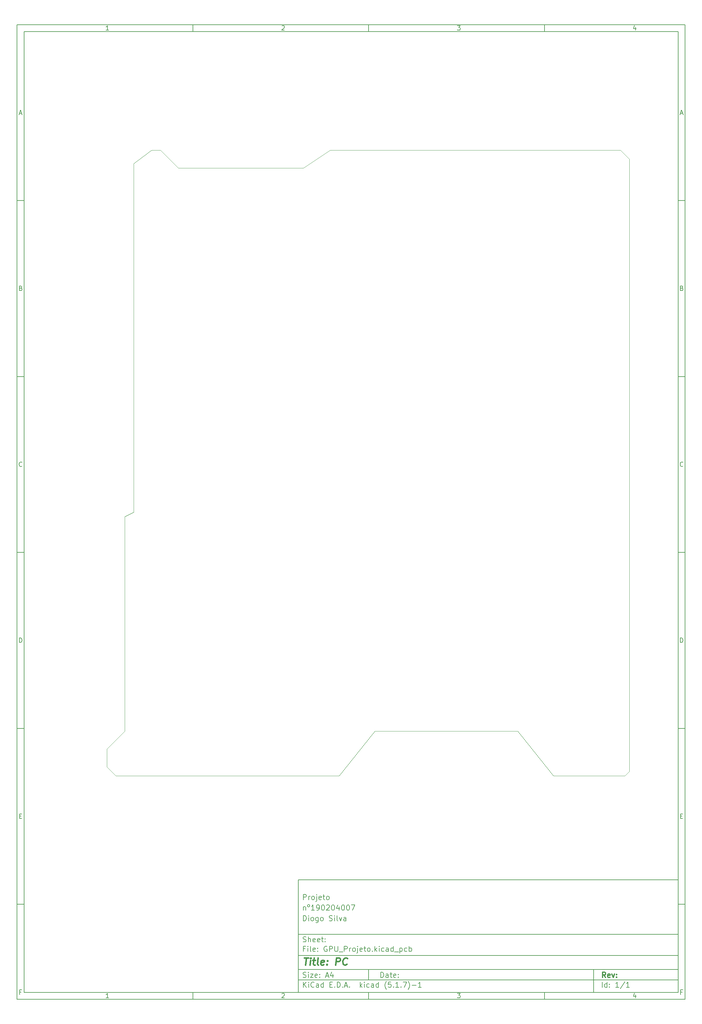
<source format=gbr>
%TF.GenerationSoftware,KiCad,Pcbnew,(5.1.7)-1*%
%TF.CreationDate,2021-02-02T03:53:03+00:00*%
%TF.ProjectId,GPU_Projeto,4750555f-5072-46f6-9a65-746f2e6b6963,rev?*%
%TF.SameCoordinates,Original*%
%TF.FileFunction,Profile,NP*%
%FSLAX46Y46*%
G04 Gerber Fmt 4.6, Leading zero omitted, Abs format (unit mm)*
G04 Created by KiCad (PCBNEW (5.1.7)-1) date 2021-02-02 03:53:03*
%MOMM*%
%LPD*%
G01*
G04 APERTURE LIST*
%ADD10C,0.100000*%
%ADD11C,0.150000*%
%ADD12C,0.300000*%
%ADD13C,0.400000*%
%TA.AperFunction,Profile*%
%ADD14C,0.100000*%
%TD*%
G04 APERTURE END LIST*
D10*
D11*
X90007200Y-253002200D02*
X90007200Y-285002200D01*
X198007200Y-285002200D01*
X198007200Y-253002200D01*
X90007200Y-253002200D01*
D10*
D11*
X10000000Y-10000000D02*
X10000000Y-287002200D01*
X200007200Y-287002200D01*
X200007200Y-10000000D01*
X10000000Y-10000000D01*
D10*
D11*
X12000000Y-12000000D02*
X12000000Y-285002200D01*
X198007200Y-285002200D01*
X198007200Y-12000000D01*
X12000000Y-12000000D01*
D10*
D11*
X60000000Y-12000000D02*
X60000000Y-10000000D01*
D10*
D11*
X110000000Y-12000000D02*
X110000000Y-10000000D01*
D10*
D11*
X160000000Y-12000000D02*
X160000000Y-10000000D01*
D10*
D11*
X36065476Y-11588095D02*
X35322619Y-11588095D01*
X35694047Y-11588095D02*
X35694047Y-10288095D01*
X35570238Y-10473809D01*
X35446428Y-10597619D01*
X35322619Y-10659523D01*
D10*
D11*
X85322619Y-10411904D02*
X85384523Y-10350000D01*
X85508333Y-10288095D01*
X85817857Y-10288095D01*
X85941666Y-10350000D01*
X86003571Y-10411904D01*
X86065476Y-10535714D01*
X86065476Y-10659523D01*
X86003571Y-10845238D01*
X85260714Y-11588095D01*
X86065476Y-11588095D01*
D10*
D11*
X135260714Y-10288095D02*
X136065476Y-10288095D01*
X135632142Y-10783333D01*
X135817857Y-10783333D01*
X135941666Y-10845238D01*
X136003571Y-10907142D01*
X136065476Y-11030952D01*
X136065476Y-11340476D01*
X136003571Y-11464285D01*
X135941666Y-11526190D01*
X135817857Y-11588095D01*
X135446428Y-11588095D01*
X135322619Y-11526190D01*
X135260714Y-11464285D01*
D10*
D11*
X185941666Y-10721428D02*
X185941666Y-11588095D01*
X185632142Y-10226190D02*
X185322619Y-11154761D01*
X186127380Y-11154761D01*
D10*
D11*
X60000000Y-285002200D02*
X60000000Y-287002200D01*
D10*
D11*
X110000000Y-285002200D02*
X110000000Y-287002200D01*
D10*
D11*
X160000000Y-285002200D02*
X160000000Y-287002200D01*
D10*
D11*
X36065476Y-286590295D02*
X35322619Y-286590295D01*
X35694047Y-286590295D02*
X35694047Y-285290295D01*
X35570238Y-285476009D01*
X35446428Y-285599819D01*
X35322619Y-285661723D01*
D10*
D11*
X85322619Y-285414104D02*
X85384523Y-285352200D01*
X85508333Y-285290295D01*
X85817857Y-285290295D01*
X85941666Y-285352200D01*
X86003571Y-285414104D01*
X86065476Y-285537914D01*
X86065476Y-285661723D01*
X86003571Y-285847438D01*
X85260714Y-286590295D01*
X86065476Y-286590295D01*
D10*
D11*
X135260714Y-285290295D02*
X136065476Y-285290295D01*
X135632142Y-285785533D01*
X135817857Y-285785533D01*
X135941666Y-285847438D01*
X136003571Y-285909342D01*
X136065476Y-286033152D01*
X136065476Y-286342676D01*
X136003571Y-286466485D01*
X135941666Y-286528390D01*
X135817857Y-286590295D01*
X135446428Y-286590295D01*
X135322619Y-286528390D01*
X135260714Y-286466485D01*
D10*
D11*
X185941666Y-285723628D02*
X185941666Y-286590295D01*
X185632142Y-285228390D02*
X185322619Y-286156961D01*
X186127380Y-286156961D01*
D10*
D11*
X10000000Y-60000000D02*
X12000000Y-60000000D01*
D10*
D11*
X10000000Y-110000000D02*
X12000000Y-110000000D01*
D10*
D11*
X10000000Y-160000000D02*
X12000000Y-160000000D01*
D10*
D11*
X10000000Y-210000000D02*
X12000000Y-210000000D01*
D10*
D11*
X10000000Y-260000000D02*
X12000000Y-260000000D01*
D10*
D11*
X10690476Y-35216666D02*
X11309523Y-35216666D01*
X10566666Y-35588095D02*
X11000000Y-34288095D01*
X11433333Y-35588095D01*
D10*
D11*
X11092857Y-84907142D02*
X11278571Y-84969047D01*
X11340476Y-85030952D01*
X11402380Y-85154761D01*
X11402380Y-85340476D01*
X11340476Y-85464285D01*
X11278571Y-85526190D01*
X11154761Y-85588095D01*
X10659523Y-85588095D01*
X10659523Y-84288095D01*
X11092857Y-84288095D01*
X11216666Y-84350000D01*
X11278571Y-84411904D01*
X11340476Y-84535714D01*
X11340476Y-84659523D01*
X11278571Y-84783333D01*
X11216666Y-84845238D01*
X11092857Y-84907142D01*
X10659523Y-84907142D01*
D10*
D11*
X11402380Y-135464285D02*
X11340476Y-135526190D01*
X11154761Y-135588095D01*
X11030952Y-135588095D01*
X10845238Y-135526190D01*
X10721428Y-135402380D01*
X10659523Y-135278571D01*
X10597619Y-135030952D01*
X10597619Y-134845238D01*
X10659523Y-134597619D01*
X10721428Y-134473809D01*
X10845238Y-134350000D01*
X11030952Y-134288095D01*
X11154761Y-134288095D01*
X11340476Y-134350000D01*
X11402380Y-134411904D01*
D10*
D11*
X10659523Y-185588095D02*
X10659523Y-184288095D01*
X10969047Y-184288095D01*
X11154761Y-184350000D01*
X11278571Y-184473809D01*
X11340476Y-184597619D01*
X11402380Y-184845238D01*
X11402380Y-185030952D01*
X11340476Y-185278571D01*
X11278571Y-185402380D01*
X11154761Y-185526190D01*
X10969047Y-185588095D01*
X10659523Y-185588095D01*
D10*
D11*
X10721428Y-234907142D02*
X11154761Y-234907142D01*
X11340476Y-235588095D02*
X10721428Y-235588095D01*
X10721428Y-234288095D01*
X11340476Y-234288095D01*
D10*
D11*
X11185714Y-284907142D02*
X10752380Y-284907142D01*
X10752380Y-285588095D02*
X10752380Y-284288095D01*
X11371428Y-284288095D01*
D10*
D11*
X200007200Y-60000000D02*
X198007200Y-60000000D01*
D10*
D11*
X200007200Y-110000000D02*
X198007200Y-110000000D01*
D10*
D11*
X200007200Y-160000000D02*
X198007200Y-160000000D01*
D10*
D11*
X200007200Y-210000000D02*
X198007200Y-210000000D01*
D10*
D11*
X200007200Y-260000000D02*
X198007200Y-260000000D01*
D10*
D11*
X198697676Y-35216666D02*
X199316723Y-35216666D01*
X198573866Y-35588095D02*
X199007200Y-34288095D01*
X199440533Y-35588095D01*
D10*
D11*
X199100057Y-84907142D02*
X199285771Y-84969047D01*
X199347676Y-85030952D01*
X199409580Y-85154761D01*
X199409580Y-85340476D01*
X199347676Y-85464285D01*
X199285771Y-85526190D01*
X199161961Y-85588095D01*
X198666723Y-85588095D01*
X198666723Y-84288095D01*
X199100057Y-84288095D01*
X199223866Y-84350000D01*
X199285771Y-84411904D01*
X199347676Y-84535714D01*
X199347676Y-84659523D01*
X199285771Y-84783333D01*
X199223866Y-84845238D01*
X199100057Y-84907142D01*
X198666723Y-84907142D01*
D10*
D11*
X199409580Y-135464285D02*
X199347676Y-135526190D01*
X199161961Y-135588095D01*
X199038152Y-135588095D01*
X198852438Y-135526190D01*
X198728628Y-135402380D01*
X198666723Y-135278571D01*
X198604819Y-135030952D01*
X198604819Y-134845238D01*
X198666723Y-134597619D01*
X198728628Y-134473809D01*
X198852438Y-134350000D01*
X199038152Y-134288095D01*
X199161961Y-134288095D01*
X199347676Y-134350000D01*
X199409580Y-134411904D01*
D10*
D11*
X198666723Y-185588095D02*
X198666723Y-184288095D01*
X198976247Y-184288095D01*
X199161961Y-184350000D01*
X199285771Y-184473809D01*
X199347676Y-184597619D01*
X199409580Y-184845238D01*
X199409580Y-185030952D01*
X199347676Y-185278571D01*
X199285771Y-185402380D01*
X199161961Y-185526190D01*
X198976247Y-185588095D01*
X198666723Y-185588095D01*
D10*
D11*
X198728628Y-234907142D02*
X199161961Y-234907142D01*
X199347676Y-235588095D02*
X198728628Y-235588095D01*
X198728628Y-234288095D01*
X199347676Y-234288095D01*
D10*
D11*
X199192914Y-284907142D02*
X198759580Y-284907142D01*
X198759580Y-285588095D02*
X198759580Y-284288095D01*
X199378628Y-284288095D01*
D10*
D11*
X113439342Y-280780771D02*
X113439342Y-279280771D01*
X113796485Y-279280771D01*
X114010771Y-279352200D01*
X114153628Y-279495057D01*
X114225057Y-279637914D01*
X114296485Y-279923628D01*
X114296485Y-280137914D01*
X114225057Y-280423628D01*
X114153628Y-280566485D01*
X114010771Y-280709342D01*
X113796485Y-280780771D01*
X113439342Y-280780771D01*
X115582200Y-280780771D02*
X115582200Y-279995057D01*
X115510771Y-279852200D01*
X115367914Y-279780771D01*
X115082200Y-279780771D01*
X114939342Y-279852200D01*
X115582200Y-280709342D02*
X115439342Y-280780771D01*
X115082200Y-280780771D01*
X114939342Y-280709342D01*
X114867914Y-280566485D01*
X114867914Y-280423628D01*
X114939342Y-280280771D01*
X115082200Y-280209342D01*
X115439342Y-280209342D01*
X115582200Y-280137914D01*
X116082200Y-279780771D02*
X116653628Y-279780771D01*
X116296485Y-279280771D02*
X116296485Y-280566485D01*
X116367914Y-280709342D01*
X116510771Y-280780771D01*
X116653628Y-280780771D01*
X117725057Y-280709342D02*
X117582200Y-280780771D01*
X117296485Y-280780771D01*
X117153628Y-280709342D01*
X117082200Y-280566485D01*
X117082200Y-279995057D01*
X117153628Y-279852200D01*
X117296485Y-279780771D01*
X117582200Y-279780771D01*
X117725057Y-279852200D01*
X117796485Y-279995057D01*
X117796485Y-280137914D01*
X117082200Y-280280771D01*
X118439342Y-280637914D02*
X118510771Y-280709342D01*
X118439342Y-280780771D01*
X118367914Y-280709342D01*
X118439342Y-280637914D01*
X118439342Y-280780771D01*
X118439342Y-279852200D02*
X118510771Y-279923628D01*
X118439342Y-279995057D01*
X118367914Y-279923628D01*
X118439342Y-279852200D01*
X118439342Y-279995057D01*
D10*
D11*
X90007200Y-281502200D02*
X198007200Y-281502200D01*
D10*
D11*
X91439342Y-283580771D02*
X91439342Y-282080771D01*
X92296485Y-283580771D02*
X91653628Y-282723628D01*
X92296485Y-282080771D02*
X91439342Y-282937914D01*
X92939342Y-283580771D02*
X92939342Y-282580771D01*
X92939342Y-282080771D02*
X92867914Y-282152200D01*
X92939342Y-282223628D01*
X93010771Y-282152200D01*
X92939342Y-282080771D01*
X92939342Y-282223628D01*
X94510771Y-283437914D02*
X94439342Y-283509342D01*
X94225057Y-283580771D01*
X94082200Y-283580771D01*
X93867914Y-283509342D01*
X93725057Y-283366485D01*
X93653628Y-283223628D01*
X93582200Y-282937914D01*
X93582200Y-282723628D01*
X93653628Y-282437914D01*
X93725057Y-282295057D01*
X93867914Y-282152200D01*
X94082200Y-282080771D01*
X94225057Y-282080771D01*
X94439342Y-282152200D01*
X94510771Y-282223628D01*
X95796485Y-283580771D02*
X95796485Y-282795057D01*
X95725057Y-282652200D01*
X95582200Y-282580771D01*
X95296485Y-282580771D01*
X95153628Y-282652200D01*
X95796485Y-283509342D02*
X95653628Y-283580771D01*
X95296485Y-283580771D01*
X95153628Y-283509342D01*
X95082200Y-283366485D01*
X95082200Y-283223628D01*
X95153628Y-283080771D01*
X95296485Y-283009342D01*
X95653628Y-283009342D01*
X95796485Y-282937914D01*
X97153628Y-283580771D02*
X97153628Y-282080771D01*
X97153628Y-283509342D02*
X97010771Y-283580771D01*
X96725057Y-283580771D01*
X96582200Y-283509342D01*
X96510771Y-283437914D01*
X96439342Y-283295057D01*
X96439342Y-282866485D01*
X96510771Y-282723628D01*
X96582200Y-282652200D01*
X96725057Y-282580771D01*
X97010771Y-282580771D01*
X97153628Y-282652200D01*
X99010771Y-282795057D02*
X99510771Y-282795057D01*
X99725057Y-283580771D02*
X99010771Y-283580771D01*
X99010771Y-282080771D01*
X99725057Y-282080771D01*
X100367914Y-283437914D02*
X100439342Y-283509342D01*
X100367914Y-283580771D01*
X100296485Y-283509342D01*
X100367914Y-283437914D01*
X100367914Y-283580771D01*
X101082200Y-283580771D02*
X101082200Y-282080771D01*
X101439342Y-282080771D01*
X101653628Y-282152200D01*
X101796485Y-282295057D01*
X101867914Y-282437914D01*
X101939342Y-282723628D01*
X101939342Y-282937914D01*
X101867914Y-283223628D01*
X101796485Y-283366485D01*
X101653628Y-283509342D01*
X101439342Y-283580771D01*
X101082200Y-283580771D01*
X102582200Y-283437914D02*
X102653628Y-283509342D01*
X102582200Y-283580771D01*
X102510771Y-283509342D01*
X102582200Y-283437914D01*
X102582200Y-283580771D01*
X103225057Y-283152200D02*
X103939342Y-283152200D01*
X103082200Y-283580771D02*
X103582200Y-282080771D01*
X104082200Y-283580771D01*
X104582200Y-283437914D02*
X104653628Y-283509342D01*
X104582200Y-283580771D01*
X104510771Y-283509342D01*
X104582200Y-283437914D01*
X104582200Y-283580771D01*
X107582200Y-283580771D02*
X107582200Y-282080771D01*
X107725057Y-283009342D02*
X108153628Y-283580771D01*
X108153628Y-282580771D02*
X107582200Y-283152200D01*
X108796485Y-283580771D02*
X108796485Y-282580771D01*
X108796485Y-282080771D02*
X108725057Y-282152200D01*
X108796485Y-282223628D01*
X108867914Y-282152200D01*
X108796485Y-282080771D01*
X108796485Y-282223628D01*
X110153628Y-283509342D02*
X110010771Y-283580771D01*
X109725057Y-283580771D01*
X109582200Y-283509342D01*
X109510771Y-283437914D01*
X109439342Y-283295057D01*
X109439342Y-282866485D01*
X109510771Y-282723628D01*
X109582200Y-282652200D01*
X109725057Y-282580771D01*
X110010771Y-282580771D01*
X110153628Y-282652200D01*
X111439342Y-283580771D02*
X111439342Y-282795057D01*
X111367914Y-282652200D01*
X111225057Y-282580771D01*
X110939342Y-282580771D01*
X110796485Y-282652200D01*
X111439342Y-283509342D02*
X111296485Y-283580771D01*
X110939342Y-283580771D01*
X110796485Y-283509342D01*
X110725057Y-283366485D01*
X110725057Y-283223628D01*
X110796485Y-283080771D01*
X110939342Y-283009342D01*
X111296485Y-283009342D01*
X111439342Y-282937914D01*
X112796485Y-283580771D02*
X112796485Y-282080771D01*
X112796485Y-283509342D02*
X112653628Y-283580771D01*
X112367914Y-283580771D01*
X112225057Y-283509342D01*
X112153628Y-283437914D01*
X112082200Y-283295057D01*
X112082200Y-282866485D01*
X112153628Y-282723628D01*
X112225057Y-282652200D01*
X112367914Y-282580771D01*
X112653628Y-282580771D01*
X112796485Y-282652200D01*
X115082200Y-284152200D02*
X115010771Y-284080771D01*
X114867914Y-283866485D01*
X114796485Y-283723628D01*
X114725057Y-283509342D01*
X114653628Y-283152200D01*
X114653628Y-282866485D01*
X114725057Y-282509342D01*
X114796485Y-282295057D01*
X114867914Y-282152200D01*
X115010771Y-281937914D01*
X115082200Y-281866485D01*
X116367914Y-282080771D02*
X115653628Y-282080771D01*
X115582200Y-282795057D01*
X115653628Y-282723628D01*
X115796485Y-282652200D01*
X116153628Y-282652200D01*
X116296485Y-282723628D01*
X116367914Y-282795057D01*
X116439342Y-282937914D01*
X116439342Y-283295057D01*
X116367914Y-283437914D01*
X116296485Y-283509342D01*
X116153628Y-283580771D01*
X115796485Y-283580771D01*
X115653628Y-283509342D01*
X115582200Y-283437914D01*
X117082200Y-283437914D02*
X117153628Y-283509342D01*
X117082200Y-283580771D01*
X117010771Y-283509342D01*
X117082200Y-283437914D01*
X117082200Y-283580771D01*
X118582200Y-283580771D02*
X117725057Y-283580771D01*
X118153628Y-283580771D02*
X118153628Y-282080771D01*
X118010771Y-282295057D01*
X117867914Y-282437914D01*
X117725057Y-282509342D01*
X119225057Y-283437914D02*
X119296485Y-283509342D01*
X119225057Y-283580771D01*
X119153628Y-283509342D01*
X119225057Y-283437914D01*
X119225057Y-283580771D01*
X119796485Y-282080771D02*
X120796485Y-282080771D01*
X120153628Y-283580771D01*
X121225057Y-284152200D02*
X121296485Y-284080771D01*
X121439342Y-283866485D01*
X121510771Y-283723628D01*
X121582200Y-283509342D01*
X121653628Y-283152200D01*
X121653628Y-282866485D01*
X121582200Y-282509342D01*
X121510771Y-282295057D01*
X121439342Y-282152200D01*
X121296485Y-281937914D01*
X121225057Y-281866485D01*
X122367914Y-283009342D02*
X123510771Y-283009342D01*
X125010771Y-283580771D02*
X124153628Y-283580771D01*
X124582200Y-283580771D02*
X124582200Y-282080771D01*
X124439342Y-282295057D01*
X124296485Y-282437914D01*
X124153628Y-282509342D01*
D10*
D11*
X90007200Y-278502200D02*
X198007200Y-278502200D01*
D10*
D12*
X177416485Y-280780771D02*
X176916485Y-280066485D01*
X176559342Y-280780771D02*
X176559342Y-279280771D01*
X177130771Y-279280771D01*
X177273628Y-279352200D01*
X177345057Y-279423628D01*
X177416485Y-279566485D01*
X177416485Y-279780771D01*
X177345057Y-279923628D01*
X177273628Y-279995057D01*
X177130771Y-280066485D01*
X176559342Y-280066485D01*
X178630771Y-280709342D02*
X178487914Y-280780771D01*
X178202200Y-280780771D01*
X178059342Y-280709342D01*
X177987914Y-280566485D01*
X177987914Y-279995057D01*
X178059342Y-279852200D01*
X178202200Y-279780771D01*
X178487914Y-279780771D01*
X178630771Y-279852200D01*
X178702200Y-279995057D01*
X178702200Y-280137914D01*
X177987914Y-280280771D01*
X179202200Y-279780771D02*
X179559342Y-280780771D01*
X179916485Y-279780771D01*
X180487914Y-280637914D02*
X180559342Y-280709342D01*
X180487914Y-280780771D01*
X180416485Y-280709342D01*
X180487914Y-280637914D01*
X180487914Y-280780771D01*
X180487914Y-279852200D02*
X180559342Y-279923628D01*
X180487914Y-279995057D01*
X180416485Y-279923628D01*
X180487914Y-279852200D01*
X180487914Y-279995057D01*
D10*
D11*
X91367914Y-280709342D02*
X91582200Y-280780771D01*
X91939342Y-280780771D01*
X92082200Y-280709342D01*
X92153628Y-280637914D01*
X92225057Y-280495057D01*
X92225057Y-280352200D01*
X92153628Y-280209342D01*
X92082200Y-280137914D01*
X91939342Y-280066485D01*
X91653628Y-279995057D01*
X91510771Y-279923628D01*
X91439342Y-279852200D01*
X91367914Y-279709342D01*
X91367914Y-279566485D01*
X91439342Y-279423628D01*
X91510771Y-279352200D01*
X91653628Y-279280771D01*
X92010771Y-279280771D01*
X92225057Y-279352200D01*
X92867914Y-280780771D02*
X92867914Y-279780771D01*
X92867914Y-279280771D02*
X92796485Y-279352200D01*
X92867914Y-279423628D01*
X92939342Y-279352200D01*
X92867914Y-279280771D01*
X92867914Y-279423628D01*
X93439342Y-279780771D02*
X94225057Y-279780771D01*
X93439342Y-280780771D01*
X94225057Y-280780771D01*
X95367914Y-280709342D02*
X95225057Y-280780771D01*
X94939342Y-280780771D01*
X94796485Y-280709342D01*
X94725057Y-280566485D01*
X94725057Y-279995057D01*
X94796485Y-279852200D01*
X94939342Y-279780771D01*
X95225057Y-279780771D01*
X95367914Y-279852200D01*
X95439342Y-279995057D01*
X95439342Y-280137914D01*
X94725057Y-280280771D01*
X96082200Y-280637914D02*
X96153628Y-280709342D01*
X96082200Y-280780771D01*
X96010771Y-280709342D01*
X96082200Y-280637914D01*
X96082200Y-280780771D01*
X96082200Y-279852200D02*
X96153628Y-279923628D01*
X96082200Y-279995057D01*
X96010771Y-279923628D01*
X96082200Y-279852200D01*
X96082200Y-279995057D01*
X97867914Y-280352200D02*
X98582200Y-280352200D01*
X97725057Y-280780771D02*
X98225057Y-279280771D01*
X98725057Y-280780771D01*
X99867914Y-279780771D02*
X99867914Y-280780771D01*
X99510771Y-279209342D02*
X99153628Y-280280771D01*
X100082200Y-280280771D01*
D10*
D11*
X176439342Y-283580771D02*
X176439342Y-282080771D01*
X177796485Y-283580771D02*
X177796485Y-282080771D01*
X177796485Y-283509342D02*
X177653628Y-283580771D01*
X177367914Y-283580771D01*
X177225057Y-283509342D01*
X177153628Y-283437914D01*
X177082200Y-283295057D01*
X177082200Y-282866485D01*
X177153628Y-282723628D01*
X177225057Y-282652200D01*
X177367914Y-282580771D01*
X177653628Y-282580771D01*
X177796485Y-282652200D01*
X178510771Y-283437914D02*
X178582200Y-283509342D01*
X178510771Y-283580771D01*
X178439342Y-283509342D01*
X178510771Y-283437914D01*
X178510771Y-283580771D01*
X178510771Y-282652200D02*
X178582200Y-282723628D01*
X178510771Y-282795057D01*
X178439342Y-282723628D01*
X178510771Y-282652200D01*
X178510771Y-282795057D01*
X181153628Y-283580771D02*
X180296485Y-283580771D01*
X180725057Y-283580771D02*
X180725057Y-282080771D01*
X180582200Y-282295057D01*
X180439342Y-282437914D01*
X180296485Y-282509342D01*
X182867914Y-282009342D02*
X181582200Y-283937914D01*
X184153628Y-283580771D02*
X183296485Y-283580771D01*
X183725057Y-283580771D02*
X183725057Y-282080771D01*
X183582200Y-282295057D01*
X183439342Y-282437914D01*
X183296485Y-282509342D01*
D10*
D11*
X90007200Y-274502200D02*
X198007200Y-274502200D01*
D10*
D13*
X91719580Y-275206961D02*
X92862438Y-275206961D01*
X92041009Y-277206961D02*
X92291009Y-275206961D01*
X93279104Y-277206961D02*
X93445771Y-275873628D01*
X93529104Y-275206961D02*
X93421961Y-275302200D01*
X93505295Y-275397438D01*
X93612438Y-275302200D01*
X93529104Y-275206961D01*
X93505295Y-275397438D01*
X94112438Y-275873628D02*
X94874342Y-275873628D01*
X94481485Y-275206961D02*
X94267200Y-276921247D01*
X94338628Y-277111723D01*
X94517200Y-277206961D01*
X94707676Y-277206961D01*
X95660057Y-277206961D02*
X95481485Y-277111723D01*
X95410057Y-276921247D01*
X95624342Y-275206961D01*
X97195771Y-277111723D02*
X96993390Y-277206961D01*
X96612438Y-277206961D01*
X96433866Y-277111723D01*
X96362438Y-276921247D01*
X96457676Y-276159342D01*
X96576723Y-275968866D01*
X96779104Y-275873628D01*
X97160057Y-275873628D01*
X97338628Y-275968866D01*
X97410057Y-276159342D01*
X97386247Y-276349819D01*
X96410057Y-276540295D01*
X98160057Y-277016485D02*
X98243390Y-277111723D01*
X98136247Y-277206961D01*
X98052914Y-277111723D01*
X98160057Y-277016485D01*
X98136247Y-277206961D01*
X98291009Y-275968866D02*
X98374342Y-276064104D01*
X98267200Y-276159342D01*
X98183866Y-276064104D01*
X98291009Y-275968866D01*
X98267200Y-276159342D01*
X100612438Y-277206961D02*
X100862438Y-275206961D01*
X101624342Y-275206961D01*
X101802914Y-275302200D01*
X101886247Y-275397438D01*
X101957676Y-275587914D01*
X101921961Y-275873628D01*
X101802914Y-276064104D01*
X101695771Y-276159342D01*
X101493390Y-276254580D01*
X100731485Y-276254580D01*
X103779104Y-277016485D02*
X103671961Y-277111723D01*
X103374342Y-277206961D01*
X103183866Y-277206961D01*
X102910057Y-277111723D01*
X102743390Y-276921247D01*
X102671961Y-276730771D01*
X102624342Y-276349819D01*
X102660057Y-276064104D01*
X102802914Y-275683152D01*
X102921961Y-275492676D01*
X103136247Y-275302200D01*
X103433866Y-275206961D01*
X103624342Y-275206961D01*
X103898152Y-275302200D01*
X103981485Y-275397438D01*
D10*
D11*
X91939342Y-272595057D02*
X91439342Y-272595057D01*
X91439342Y-273380771D02*
X91439342Y-271880771D01*
X92153628Y-271880771D01*
X92725057Y-273380771D02*
X92725057Y-272380771D01*
X92725057Y-271880771D02*
X92653628Y-271952200D01*
X92725057Y-272023628D01*
X92796485Y-271952200D01*
X92725057Y-271880771D01*
X92725057Y-272023628D01*
X93653628Y-273380771D02*
X93510771Y-273309342D01*
X93439342Y-273166485D01*
X93439342Y-271880771D01*
X94796485Y-273309342D02*
X94653628Y-273380771D01*
X94367914Y-273380771D01*
X94225057Y-273309342D01*
X94153628Y-273166485D01*
X94153628Y-272595057D01*
X94225057Y-272452200D01*
X94367914Y-272380771D01*
X94653628Y-272380771D01*
X94796485Y-272452200D01*
X94867914Y-272595057D01*
X94867914Y-272737914D01*
X94153628Y-272880771D01*
X95510771Y-273237914D02*
X95582200Y-273309342D01*
X95510771Y-273380771D01*
X95439342Y-273309342D01*
X95510771Y-273237914D01*
X95510771Y-273380771D01*
X95510771Y-272452200D02*
X95582200Y-272523628D01*
X95510771Y-272595057D01*
X95439342Y-272523628D01*
X95510771Y-272452200D01*
X95510771Y-272595057D01*
X98153628Y-271952200D02*
X98010771Y-271880771D01*
X97796485Y-271880771D01*
X97582200Y-271952200D01*
X97439342Y-272095057D01*
X97367914Y-272237914D01*
X97296485Y-272523628D01*
X97296485Y-272737914D01*
X97367914Y-273023628D01*
X97439342Y-273166485D01*
X97582200Y-273309342D01*
X97796485Y-273380771D01*
X97939342Y-273380771D01*
X98153628Y-273309342D01*
X98225057Y-273237914D01*
X98225057Y-272737914D01*
X97939342Y-272737914D01*
X98867914Y-273380771D02*
X98867914Y-271880771D01*
X99439342Y-271880771D01*
X99582200Y-271952200D01*
X99653628Y-272023628D01*
X99725057Y-272166485D01*
X99725057Y-272380771D01*
X99653628Y-272523628D01*
X99582200Y-272595057D01*
X99439342Y-272666485D01*
X98867914Y-272666485D01*
X100367914Y-271880771D02*
X100367914Y-273095057D01*
X100439342Y-273237914D01*
X100510771Y-273309342D01*
X100653628Y-273380771D01*
X100939342Y-273380771D01*
X101082200Y-273309342D01*
X101153628Y-273237914D01*
X101225057Y-273095057D01*
X101225057Y-271880771D01*
X101582200Y-273523628D02*
X102725057Y-273523628D01*
X103082200Y-273380771D02*
X103082200Y-271880771D01*
X103653628Y-271880771D01*
X103796485Y-271952200D01*
X103867914Y-272023628D01*
X103939342Y-272166485D01*
X103939342Y-272380771D01*
X103867914Y-272523628D01*
X103796485Y-272595057D01*
X103653628Y-272666485D01*
X103082200Y-272666485D01*
X104582200Y-273380771D02*
X104582200Y-272380771D01*
X104582200Y-272666485D02*
X104653628Y-272523628D01*
X104725057Y-272452200D01*
X104867914Y-272380771D01*
X105010771Y-272380771D01*
X105725057Y-273380771D02*
X105582200Y-273309342D01*
X105510771Y-273237914D01*
X105439342Y-273095057D01*
X105439342Y-272666485D01*
X105510771Y-272523628D01*
X105582200Y-272452200D01*
X105725057Y-272380771D01*
X105939342Y-272380771D01*
X106082200Y-272452200D01*
X106153628Y-272523628D01*
X106225057Y-272666485D01*
X106225057Y-273095057D01*
X106153628Y-273237914D01*
X106082200Y-273309342D01*
X105939342Y-273380771D01*
X105725057Y-273380771D01*
X106867914Y-272380771D02*
X106867914Y-273666485D01*
X106796485Y-273809342D01*
X106653628Y-273880771D01*
X106582200Y-273880771D01*
X106867914Y-271880771D02*
X106796485Y-271952200D01*
X106867914Y-272023628D01*
X106939342Y-271952200D01*
X106867914Y-271880771D01*
X106867914Y-272023628D01*
X108153628Y-273309342D02*
X108010771Y-273380771D01*
X107725057Y-273380771D01*
X107582200Y-273309342D01*
X107510771Y-273166485D01*
X107510771Y-272595057D01*
X107582200Y-272452200D01*
X107725057Y-272380771D01*
X108010771Y-272380771D01*
X108153628Y-272452200D01*
X108225057Y-272595057D01*
X108225057Y-272737914D01*
X107510771Y-272880771D01*
X108653628Y-272380771D02*
X109225057Y-272380771D01*
X108867914Y-271880771D02*
X108867914Y-273166485D01*
X108939342Y-273309342D01*
X109082200Y-273380771D01*
X109225057Y-273380771D01*
X109939342Y-273380771D02*
X109796485Y-273309342D01*
X109725057Y-273237914D01*
X109653628Y-273095057D01*
X109653628Y-272666485D01*
X109725057Y-272523628D01*
X109796485Y-272452200D01*
X109939342Y-272380771D01*
X110153628Y-272380771D01*
X110296485Y-272452200D01*
X110367914Y-272523628D01*
X110439342Y-272666485D01*
X110439342Y-273095057D01*
X110367914Y-273237914D01*
X110296485Y-273309342D01*
X110153628Y-273380771D01*
X109939342Y-273380771D01*
X111082200Y-273237914D02*
X111153628Y-273309342D01*
X111082200Y-273380771D01*
X111010771Y-273309342D01*
X111082200Y-273237914D01*
X111082200Y-273380771D01*
X111796485Y-273380771D02*
X111796485Y-271880771D01*
X111939342Y-272809342D02*
X112367914Y-273380771D01*
X112367914Y-272380771D02*
X111796485Y-272952200D01*
X113010771Y-273380771D02*
X113010771Y-272380771D01*
X113010771Y-271880771D02*
X112939342Y-271952200D01*
X113010771Y-272023628D01*
X113082200Y-271952200D01*
X113010771Y-271880771D01*
X113010771Y-272023628D01*
X114367914Y-273309342D02*
X114225057Y-273380771D01*
X113939342Y-273380771D01*
X113796485Y-273309342D01*
X113725057Y-273237914D01*
X113653628Y-273095057D01*
X113653628Y-272666485D01*
X113725057Y-272523628D01*
X113796485Y-272452200D01*
X113939342Y-272380771D01*
X114225057Y-272380771D01*
X114367914Y-272452200D01*
X115653628Y-273380771D02*
X115653628Y-272595057D01*
X115582200Y-272452200D01*
X115439342Y-272380771D01*
X115153628Y-272380771D01*
X115010771Y-272452200D01*
X115653628Y-273309342D02*
X115510771Y-273380771D01*
X115153628Y-273380771D01*
X115010771Y-273309342D01*
X114939342Y-273166485D01*
X114939342Y-273023628D01*
X115010771Y-272880771D01*
X115153628Y-272809342D01*
X115510771Y-272809342D01*
X115653628Y-272737914D01*
X117010771Y-273380771D02*
X117010771Y-271880771D01*
X117010771Y-273309342D02*
X116867914Y-273380771D01*
X116582200Y-273380771D01*
X116439342Y-273309342D01*
X116367914Y-273237914D01*
X116296485Y-273095057D01*
X116296485Y-272666485D01*
X116367914Y-272523628D01*
X116439342Y-272452200D01*
X116582200Y-272380771D01*
X116867914Y-272380771D01*
X117010771Y-272452200D01*
X117367914Y-273523628D02*
X118510771Y-273523628D01*
X118867914Y-272380771D02*
X118867914Y-273880771D01*
X118867914Y-272452200D02*
X119010771Y-272380771D01*
X119296485Y-272380771D01*
X119439342Y-272452200D01*
X119510771Y-272523628D01*
X119582200Y-272666485D01*
X119582200Y-273095057D01*
X119510771Y-273237914D01*
X119439342Y-273309342D01*
X119296485Y-273380771D01*
X119010771Y-273380771D01*
X118867914Y-273309342D01*
X120867914Y-273309342D02*
X120725057Y-273380771D01*
X120439342Y-273380771D01*
X120296485Y-273309342D01*
X120225057Y-273237914D01*
X120153628Y-273095057D01*
X120153628Y-272666485D01*
X120225057Y-272523628D01*
X120296485Y-272452200D01*
X120439342Y-272380771D01*
X120725057Y-272380771D01*
X120867914Y-272452200D01*
X121510771Y-273380771D02*
X121510771Y-271880771D01*
X121510771Y-272452200D02*
X121653628Y-272380771D01*
X121939342Y-272380771D01*
X122082200Y-272452200D01*
X122153628Y-272523628D01*
X122225057Y-272666485D01*
X122225057Y-273095057D01*
X122153628Y-273237914D01*
X122082200Y-273309342D01*
X121939342Y-273380771D01*
X121653628Y-273380771D01*
X121510771Y-273309342D01*
D10*
D11*
X90007200Y-268502200D02*
X198007200Y-268502200D01*
D10*
D11*
X91367914Y-270609342D02*
X91582200Y-270680771D01*
X91939342Y-270680771D01*
X92082200Y-270609342D01*
X92153628Y-270537914D01*
X92225057Y-270395057D01*
X92225057Y-270252200D01*
X92153628Y-270109342D01*
X92082200Y-270037914D01*
X91939342Y-269966485D01*
X91653628Y-269895057D01*
X91510771Y-269823628D01*
X91439342Y-269752200D01*
X91367914Y-269609342D01*
X91367914Y-269466485D01*
X91439342Y-269323628D01*
X91510771Y-269252200D01*
X91653628Y-269180771D01*
X92010771Y-269180771D01*
X92225057Y-269252200D01*
X92867914Y-270680771D02*
X92867914Y-269180771D01*
X93510771Y-270680771D02*
X93510771Y-269895057D01*
X93439342Y-269752200D01*
X93296485Y-269680771D01*
X93082200Y-269680771D01*
X92939342Y-269752200D01*
X92867914Y-269823628D01*
X94796485Y-270609342D02*
X94653628Y-270680771D01*
X94367914Y-270680771D01*
X94225057Y-270609342D01*
X94153628Y-270466485D01*
X94153628Y-269895057D01*
X94225057Y-269752200D01*
X94367914Y-269680771D01*
X94653628Y-269680771D01*
X94796485Y-269752200D01*
X94867914Y-269895057D01*
X94867914Y-270037914D01*
X94153628Y-270180771D01*
X96082200Y-270609342D02*
X95939342Y-270680771D01*
X95653628Y-270680771D01*
X95510771Y-270609342D01*
X95439342Y-270466485D01*
X95439342Y-269895057D01*
X95510771Y-269752200D01*
X95653628Y-269680771D01*
X95939342Y-269680771D01*
X96082200Y-269752200D01*
X96153628Y-269895057D01*
X96153628Y-270037914D01*
X95439342Y-270180771D01*
X96582200Y-269680771D02*
X97153628Y-269680771D01*
X96796485Y-269180771D02*
X96796485Y-270466485D01*
X96867914Y-270609342D01*
X97010771Y-270680771D01*
X97153628Y-270680771D01*
X97653628Y-270537914D02*
X97725057Y-270609342D01*
X97653628Y-270680771D01*
X97582200Y-270609342D01*
X97653628Y-270537914D01*
X97653628Y-270680771D01*
X97653628Y-269752200D02*
X97725057Y-269823628D01*
X97653628Y-269895057D01*
X97582200Y-269823628D01*
X97653628Y-269752200D01*
X97653628Y-269895057D01*
D10*
D11*
X91439342Y-264680771D02*
X91439342Y-263180771D01*
X91796485Y-263180771D01*
X92010771Y-263252200D01*
X92153628Y-263395057D01*
X92225057Y-263537914D01*
X92296485Y-263823628D01*
X92296485Y-264037914D01*
X92225057Y-264323628D01*
X92153628Y-264466485D01*
X92010771Y-264609342D01*
X91796485Y-264680771D01*
X91439342Y-264680771D01*
X92939342Y-264680771D02*
X92939342Y-263680771D01*
X92939342Y-263180771D02*
X92867914Y-263252200D01*
X92939342Y-263323628D01*
X93010771Y-263252200D01*
X92939342Y-263180771D01*
X92939342Y-263323628D01*
X93867914Y-264680771D02*
X93725057Y-264609342D01*
X93653628Y-264537914D01*
X93582200Y-264395057D01*
X93582200Y-263966485D01*
X93653628Y-263823628D01*
X93725057Y-263752200D01*
X93867914Y-263680771D01*
X94082200Y-263680771D01*
X94225057Y-263752200D01*
X94296485Y-263823628D01*
X94367914Y-263966485D01*
X94367914Y-264395057D01*
X94296485Y-264537914D01*
X94225057Y-264609342D01*
X94082200Y-264680771D01*
X93867914Y-264680771D01*
X95653628Y-263680771D02*
X95653628Y-264895057D01*
X95582200Y-265037914D01*
X95510771Y-265109342D01*
X95367914Y-265180771D01*
X95153628Y-265180771D01*
X95010771Y-265109342D01*
X95653628Y-264609342D02*
X95510771Y-264680771D01*
X95225057Y-264680771D01*
X95082200Y-264609342D01*
X95010771Y-264537914D01*
X94939342Y-264395057D01*
X94939342Y-263966485D01*
X95010771Y-263823628D01*
X95082200Y-263752200D01*
X95225057Y-263680771D01*
X95510771Y-263680771D01*
X95653628Y-263752200D01*
X96582200Y-264680771D02*
X96439342Y-264609342D01*
X96367914Y-264537914D01*
X96296485Y-264395057D01*
X96296485Y-263966485D01*
X96367914Y-263823628D01*
X96439342Y-263752200D01*
X96582200Y-263680771D01*
X96796485Y-263680771D01*
X96939342Y-263752200D01*
X97010771Y-263823628D01*
X97082200Y-263966485D01*
X97082200Y-264395057D01*
X97010771Y-264537914D01*
X96939342Y-264609342D01*
X96796485Y-264680771D01*
X96582200Y-264680771D01*
X98796485Y-264609342D02*
X99010771Y-264680771D01*
X99367914Y-264680771D01*
X99510771Y-264609342D01*
X99582200Y-264537914D01*
X99653628Y-264395057D01*
X99653628Y-264252200D01*
X99582200Y-264109342D01*
X99510771Y-264037914D01*
X99367914Y-263966485D01*
X99082200Y-263895057D01*
X98939342Y-263823628D01*
X98867914Y-263752200D01*
X98796485Y-263609342D01*
X98796485Y-263466485D01*
X98867914Y-263323628D01*
X98939342Y-263252200D01*
X99082200Y-263180771D01*
X99439342Y-263180771D01*
X99653628Y-263252200D01*
X100296485Y-264680771D02*
X100296485Y-263680771D01*
X100296485Y-263180771D02*
X100225057Y-263252200D01*
X100296485Y-263323628D01*
X100367914Y-263252200D01*
X100296485Y-263180771D01*
X100296485Y-263323628D01*
X101225057Y-264680771D02*
X101082200Y-264609342D01*
X101010771Y-264466485D01*
X101010771Y-263180771D01*
X101653628Y-263680771D02*
X102010771Y-264680771D01*
X102367914Y-263680771D01*
X103582200Y-264680771D02*
X103582200Y-263895057D01*
X103510771Y-263752200D01*
X103367914Y-263680771D01*
X103082200Y-263680771D01*
X102939342Y-263752200D01*
X103582200Y-264609342D02*
X103439342Y-264680771D01*
X103082200Y-264680771D01*
X102939342Y-264609342D01*
X102867914Y-264466485D01*
X102867914Y-264323628D01*
X102939342Y-264180771D01*
X103082200Y-264109342D01*
X103439342Y-264109342D01*
X103582200Y-264037914D01*
D10*
D11*
X91439342Y-260680771D02*
X91439342Y-261680771D01*
X91439342Y-260823628D02*
X91510771Y-260752200D01*
X91653628Y-260680771D01*
X91867914Y-260680771D01*
X92010771Y-260752200D01*
X92082200Y-260895057D01*
X92082200Y-261680771D01*
X92867914Y-260752200D02*
X92725057Y-260680771D01*
X92653628Y-260537914D01*
X92653628Y-260252200D01*
X92725057Y-260109342D01*
X92867914Y-260037914D01*
X93010771Y-260037914D01*
X93153628Y-260109342D01*
X93225057Y-260252200D01*
X93225057Y-260537914D01*
X93153628Y-260680771D01*
X93010771Y-260752200D01*
X92867914Y-260752200D01*
X94582200Y-261680771D02*
X93725057Y-261680771D01*
X94153628Y-261680771D02*
X94153628Y-260180771D01*
X94010771Y-260395057D01*
X93867914Y-260537914D01*
X93725057Y-260609342D01*
X95296485Y-261680771D02*
X95582200Y-261680771D01*
X95725057Y-261609342D01*
X95796485Y-261537914D01*
X95939342Y-261323628D01*
X96010771Y-261037914D01*
X96010771Y-260466485D01*
X95939342Y-260323628D01*
X95867914Y-260252200D01*
X95725057Y-260180771D01*
X95439342Y-260180771D01*
X95296485Y-260252200D01*
X95225057Y-260323628D01*
X95153628Y-260466485D01*
X95153628Y-260823628D01*
X95225057Y-260966485D01*
X95296485Y-261037914D01*
X95439342Y-261109342D01*
X95725057Y-261109342D01*
X95867914Y-261037914D01*
X95939342Y-260966485D01*
X96010771Y-260823628D01*
X96939342Y-260180771D02*
X97082200Y-260180771D01*
X97225057Y-260252200D01*
X97296485Y-260323628D01*
X97367914Y-260466485D01*
X97439342Y-260752200D01*
X97439342Y-261109342D01*
X97367914Y-261395057D01*
X97296485Y-261537914D01*
X97225057Y-261609342D01*
X97082200Y-261680771D01*
X96939342Y-261680771D01*
X96796485Y-261609342D01*
X96725057Y-261537914D01*
X96653628Y-261395057D01*
X96582200Y-261109342D01*
X96582200Y-260752200D01*
X96653628Y-260466485D01*
X96725057Y-260323628D01*
X96796485Y-260252200D01*
X96939342Y-260180771D01*
X98010771Y-260323628D02*
X98082200Y-260252200D01*
X98225057Y-260180771D01*
X98582200Y-260180771D01*
X98725057Y-260252200D01*
X98796485Y-260323628D01*
X98867914Y-260466485D01*
X98867914Y-260609342D01*
X98796485Y-260823628D01*
X97939342Y-261680771D01*
X98867914Y-261680771D01*
X99796485Y-260180771D02*
X99939342Y-260180771D01*
X100082200Y-260252200D01*
X100153628Y-260323628D01*
X100225057Y-260466485D01*
X100296485Y-260752200D01*
X100296485Y-261109342D01*
X100225057Y-261395057D01*
X100153628Y-261537914D01*
X100082200Y-261609342D01*
X99939342Y-261680771D01*
X99796485Y-261680771D01*
X99653628Y-261609342D01*
X99582200Y-261537914D01*
X99510771Y-261395057D01*
X99439342Y-261109342D01*
X99439342Y-260752200D01*
X99510771Y-260466485D01*
X99582200Y-260323628D01*
X99653628Y-260252200D01*
X99796485Y-260180771D01*
X101582200Y-260680771D02*
X101582200Y-261680771D01*
X101225057Y-260109342D02*
X100867914Y-261180771D01*
X101796485Y-261180771D01*
X102653628Y-260180771D02*
X102796485Y-260180771D01*
X102939342Y-260252200D01*
X103010771Y-260323628D01*
X103082200Y-260466485D01*
X103153628Y-260752200D01*
X103153628Y-261109342D01*
X103082200Y-261395057D01*
X103010771Y-261537914D01*
X102939342Y-261609342D01*
X102796485Y-261680771D01*
X102653628Y-261680771D01*
X102510771Y-261609342D01*
X102439342Y-261537914D01*
X102367914Y-261395057D01*
X102296485Y-261109342D01*
X102296485Y-260752200D01*
X102367914Y-260466485D01*
X102439342Y-260323628D01*
X102510771Y-260252200D01*
X102653628Y-260180771D01*
X104082200Y-260180771D02*
X104225057Y-260180771D01*
X104367914Y-260252200D01*
X104439342Y-260323628D01*
X104510771Y-260466485D01*
X104582200Y-260752200D01*
X104582200Y-261109342D01*
X104510771Y-261395057D01*
X104439342Y-261537914D01*
X104367914Y-261609342D01*
X104225057Y-261680771D01*
X104082200Y-261680771D01*
X103939342Y-261609342D01*
X103867914Y-261537914D01*
X103796485Y-261395057D01*
X103725057Y-261109342D01*
X103725057Y-260752200D01*
X103796485Y-260466485D01*
X103867914Y-260323628D01*
X103939342Y-260252200D01*
X104082200Y-260180771D01*
X105082200Y-260180771D02*
X106082200Y-260180771D01*
X105439342Y-261680771D01*
D10*
D11*
X91439342Y-258680771D02*
X91439342Y-257180771D01*
X92010771Y-257180771D01*
X92153628Y-257252200D01*
X92225057Y-257323628D01*
X92296485Y-257466485D01*
X92296485Y-257680771D01*
X92225057Y-257823628D01*
X92153628Y-257895057D01*
X92010771Y-257966485D01*
X91439342Y-257966485D01*
X92939342Y-258680771D02*
X92939342Y-257680771D01*
X92939342Y-257966485D02*
X93010771Y-257823628D01*
X93082200Y-257752200D01*
X93225057Y-257680771D01*
X93367914Y-257680771D01*
X94082200Y-258680771D02*
X93939342Y-258609342D01*
X93867914Y-258537914D01*
X93796485Y-258395057D01*
X93796485Y-257966485D01*
X93867914Y-257823628D01*
X93939342Y-257752200D01*
X94082200Y-257680771D01*
X94296485Y-257680771D01*
X94439342Y-257752200D01*
X94510771Y-257823628D01*
X94582200Y-257966485D01*
X94582200Y-258395057D01*
X94510771Y-258537914D01*
X94439342Y-258609342D01*
X94296485Y-258680771D01*
X94082200Y-258680771D01*
X95225057Y-257680771D02*
X95225057Y-258966485D01*
X95153628Y-259109342D01*
X95010771Y-259180771D01*
X94939342Y-259180771D01*
X95225057Y-257180771D02*
X95153628Y-257252200D01*
X95225057Y-257323628D01*
X95296485Y-257252200D01*
X95225057Y-257180771D01*
X95225057Y-257323628D01*
X96510771Y-258609342D02*
X96367914Y-258680771D01*
X96082200Y-258680771D01*
X95939342Y-258609342D01*
X95867914Y-258466485D01*
X95867914Y-257895057D01*
X95939342Y-257752200D01*
X96082200Y-257680771D01*
X96367914Y-257680771D01*
X96510771Y-257752200D01*
X96582200Y-257895057D01*
X96582200Y-258037914D01*
X95867914Y-258180771D01*
X97010771Y-257680771D02*
X97582200Y-257680771D01*
X97225057Y-257180771D02*
X97225057Y-258466485D01*
X97296485Y-258609342D01*
X97439342Y-258680771D01*
X97582200Y-258680771D01*
X98296485Y-258680771D02*
X98153628Y-258609342D01*
X98082200Y-258537914D01*
X98010771Y-258395057D01*
X98010771Y-257966485D01*
X98082200Y-257823628D01*
X98153628Y-257752200D01*
X98296485Y-257680771D01*
X98510771Y-257680771D01*
X98653628Y-257752200D01*
X98725057Y-257823628D01*
X98796485Y-257966485D01*
X98796485Y-258395057D01*
X98725057Y-258537914D01*
X98653628Y-258609342D01*
X98510771Y-258680771D01*
X98296485Y-258680771D01*
D10*
D11*
X110007200Y-278502200D02*
X110007200Y-281502200D01*
D10*
D11*
X174007200Y-278502200D02*
X174007200Y-285002200D01*
D14*
X35560000Y-215900000D02*
X40640000Y-210820000D01*
X91440000Y-50800000D02*
X99060000Y-45720000D01*
X55880000Y-50800000D02*
X50800000Y-45720000D01*
X91440000Y-50800000D02*
X55880000Y-50800000D01*
X50800000Y-45720000D02*
X48260000Y-45720000D01*
X152400000Y-210820000D02*
X162560000Y-223520000D01*
X184150000Y-48260000D02*
X184150000Y-222250000D01*
X99060000Y-45720000D02*
X181610000Y-45720000D01*
X152400000Y-210820000D02*
X111760000Y-210820000D01*
X182880000Y-223520000D02*
X184150000Y-222250000D01*
X111760000Y-210820000D02*
X101600000Y-223520000D01*
X35560000Y-220980000D02*
X35560000Y-215900000D01*
X101600000Y-223520000D02*
X38100000Y-223520000D01*
X38100000Y-223520000D02*
X35560000Y-220980000D01*
X162560000Y-223520000D02*
X182880000Y-223520000D01*
X40640000Y-149860000D02*
X43180000Y-148590000D01*
X43180000Y-148590000D02*
X43180000Y-49530000D01*
X43180000Y-49530000D02*
X48260000Y-45720000D01*
X40640000Y-149860000D02*
X40640000Y-210820000D01*
X181610000Y-45720000D02*
X184150000Y-48260000D01*
M02*

</source>
